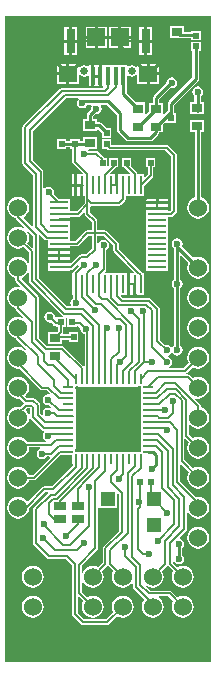
<source format=gtl>
G04 Layer_Physical_Order=1*
G04 Layer_Color=255*
%FSLAX25Y25*%
%MOIN*%
G70*
G01*
G75*
%ADD10O,0.03543X0.00984*%
%ADD11R,0.03740X0.00984*%
%ADD12O,0.00984X0.03543*%
%ADD13R,0.00984X0.03740*%
%ADD14R,0.19095X0.19095*%
%ADD15R,0.05906X0.05906*%
%ADD16R,0.06299X0.05500*%
%ADD17R,0.01500X0.06000*%
%ADD18R,0.05118X0.04528*%
%ADD19R,0.06142X0.01102*%
%ADD20R,0.01102X0.06142*%
%ADD21R,0.03500X0.03000*%
%ADD22R,0.03543X0.02756*%
%ADD23R,0.03937X0.03150*%
%ADD24R,0.01969X0.01969*%
%ADD25R,0.01969X0.01969*%
%ADD26C,0.00600*%
%ADD27C,0.01000*%
%ADD28C,0.00800*%
%ADD29C,0.02500*%
%ADD30R,0.03000X0.08000*%
%ADD31C,0.06000*%
%ADD32C,0.02362*%
G36*
X64311Y-41398D02*
X-4312D01*
Y173878D01*
X64311D01*
Y-41398D01*
D02*
G37*
%LPC*%
G36*
X37481Y170324D02*
X34437D01*
Y167280D01*
X37481D01*
Y170324D01*
D02*
G37*
G36*
X29607D02*
X26563D01*
Y167280D01*
X29607D01*
Y170324D01*
D02*
G37*
G36*
X33437D02*
X30393D01*
Y167280D01*
X33437D01*
Y170324D01*
D02*
G37*
G36*
X25563D02*
X22520D01*
Y167280D01*
X25563D01*
Y170324D01*
D02*
G37*
G36*
X44591Y170091D02*
X43000D01*
Y166000D01*
X44591D01*
Y170091D01*
D02*
G37*
G36*
X19590D02*
X18000D01*
Y166000D01*
X19590D01*
Y170091D01*
D02*
G37*
G36*
X42000D02*
X40409D01*
Y166000D01*
X42000D01*
Y170091D01*
D02*
G37*
G36*
X17000D02*
X15409D01*
Y166000D01*
X17000D01*
Y170091D01*
D02*
G37*
G36*
X55303Y170651D02*
X50603D01*
Y166451D01*
X53718D01*
X53984Y166398D01*
X53984Y166398D01*
X57667D01*
Y165788D01*
X60836D01*
Y168957D01*
X57667D01*
Y168641D01*
X55303D01*
Y170651D01*
D02*
G37*
G36*
X37481Y166280D02*
X34437D01*
Y163236D01*
X37481D01*
Y166280D01*
D02*
G37*
G36*
X33437D02*
X30393D01*
Y163236D01*
X33437D01*
Y166280D01*
D02*
G37*
G36*
X29607D02*
X26563D01*
Y163236D01*
X29607D01*
Y166280D01*
D02*
G37*
G36*
X25563D02*
X22520D01*
Y163236D01*
X25563D01*
Y166280D01*
D02*
G37*
G36*
X44591Y165000D02*
X43000D01*
Y160909D01*
X44591D01*
Y165000D01*
D02*
G37*
G36*
X42000D02*
X40409D01*
Y160909D01*
X42000D01*
Y165000D01*
D02*
G37*
G36*
X19590D02*
X18000D01*
Y160909D01*
X19590D01*
Y165000D01*
D02*
G37*
G36*
X17000D02*
X15409D01*
Y160909D01*
X17000D01*
Y165000D01*
D02*
G37*
G36*
X47126Y158022D02*
X43886D01*
Y155181D01*
X47126D01*
Y158022D01*
D02*
G37*
G36*
X16114D02*
X12874D01*
Y155181D01*
X16114D01*
Y158022D01*
D02*
G37*
G36*
X47126Y154181D02*
X43886D01*
Y151340D01*
X47126D01*
Y154181D01*
D02*
G37*
G36*
X60836Y165315D02*
X57667D01*
Y162146D01*
X58130D01*
Y153395D01*
X50207Y145472D01*
X49964Y145108D01*
X49878Y144679D01*
X49878Y144679D01*
Y142512D01*
X48735Y141369D01*
X48372Y141519D01*
Y144931D01*
X47122D01*
Y146126D01*
X50825Y149830D01*
X51181Y149759D01*
X51876Y149897D01*
X52465Y150291D01*
X52859Y150880D01*
X52997Y151575D01*
X52859Y152270D01*
X52465Y152859D01*
X51876Y153253D01*
X51181Y153391D01*
X50486Y153253D01*
X49897Y152859D01*
X49503Y152270D01*
X49365Y151575D01*
X49371Y151547D01*
X45207Y147384D01*
X44964Y147020D01*
X44878Y146591D01*
X44879Y146590D01*
Y144931D01*
X43628D01*
Y142262D01*
X42714Y141347D01*
X42350Y141498D01*
Y145100D01*
X39439D01*
X36240Y148299D01*
Y150384D01*
X36468D01*
Y153800D01*
X36862Y154010D01*
X37152Y153816D01*
X37874Y153673D01*
X38596Y153816D01*
X39208Y154225D01*
X39252Y154292D01*
X39646Y154172D01*
Y151340D01*
X42886D01*
Y154681D01*
Y158022D01*
X39646D01*
Y156946D01*
X39252Y156826D01*
X39208Y156893D01*
X38596Y157302D01*
X37874Y157445D01*
X37152Y157302D01*
X36862Y157108D01*
X36468Y157318D01*
Y157584D01*
X28650D01*
Y157574D01*
X27941D01*
Y153984D01*
Y150393D01*
X28184D01*
X28425Y150000D01*
X28415Y149981D01*
X28318Y149918D01*
X14551D01*
X14200Y149848D01*
X13902Y149649D01*
X1713Y137460D01*
X1514Y137162D01*
X1445Y136811D01*
Y125000D01*
X1514Y124649D01*
X1713Y124351D01*
X5082Y120982D01*
Y103772D01*
X4689Y103609D01*
X1827Y106471D01*
X1922Y106933D01*
X2552Y107417D01*
X3129Y108169D01*
X3492Y109045D01*
X3615Y109984D01*
X3492Y110924D01*
X3129Y111800D01*
X2552Y112552D01*
X1800Y113129D01*
X924Y113492D01*
X-16Y113615D01*
X-955Y113492D01*
X-1831Y113129D01*
X-2583Y112552D01*
X-3160Y111800D01*
X-3523Y110924D01*
X-3647Y109984D01*
X-3523Y109045D01*
X-3160Y108169D01*
X-2583Y107417D01*
X-1831Y106840D01*
X-955Y106477D01*
X-711Y106445D01*
X-649Y106351D01*
X5082Y100620D01*
Y96730D01*
X4719Y96579D01*
X3129Y98169D01*
X3492Y99045D01*
X3615Y99984D01*
X3492Y100924D01*
X3129Y101800D01*
X2552Y102552D01*
X1800Y103129D01*
X924Y103492D01*
X-16Y103615D01*
X-955Y103492D01*
X-1831Y103129D01*
X-2583Y102552D01*
X-3160Y101800D01*
X-3523Y100924D01*
X-3647Y99984D01*
X-3523Y99045D01*
X-3160Y98169D01*
X-2583Y97417D01*
X-1831Y96840D01*
X-955Y96477D01*
X-16Y96353D01*
X924Y96477D01*
X1800Y96840D01*
X1835Y96867D01*
X3582Y95120D01*
Y91734D01*
X3189Y91655D01*
X3129Y91800D01*
X2552Y92552D01*
X1800Y93129D01*
X924Y93492D01*
X-16Y93615D01*
X-955Y93492D01*
X-1831Y93129D01*
X-2583Y92552D01*
X-3160Y91800D01*
X-3523Y90924D01*
X-3647Y89984D01*
X-3523Y89044D01*
X-3160Y88169D01*
X-2583Y87417D01*
X-1831Y86840D01*
X-955Y86477D01*
X-918Y86472D01*
Y86000D01*
X-848Y85649D01*
X-649Y85351D01*
X797Y83905D01*
X613Y83533D01*
X-16Y83615D01*
X-955Y83492D01*
X-1831Y83129D01*
X-2583Y82552D01*
X-3160Y81800D01*
X-3523Y80924D01*
X-3647Y79984D01*
X-3523Y79045D01*
X-3160Y78169D01*
X-2583Y77417D01*
X-1831Y76840D01*
X-955Y76477D01*
X-912Y76471D01*
X-848Y76149D01*
X-649Y75851D01*
X1539Y73663D01*
X1316Y73329D01*
X924Y73492D01*
X-16Y73615D01*
X-955Y73492D01*
X-1831Y73129D01*
X-2583Y72552D01*
X-3160Y71800D01*
X-3523Y70924D01*
X-3647Y69984D01*
X-3523Y69045D01*
X-3160Y68169D01*
X-2583Y67417D01*
X-1831Y66840D01*
X-955Y66477D01*
X-763Y66452D01*
X-649Y66280D01*
X2665Y62966D01*
X2683Y62938D01*
X2427Y62647D01*
X2371Y62690D01*
X1800Y63129D01*
X924Y63492D01*
X-16Y63615D01*
X-955Y63492D01*
X-1831Y63129D01*
X-2583Y62552D01*
X-3160Y61800D01*
X-3523Y60924D01*
X-3647Y59984D01*
X-3523Y59044D01*
X-3160Y58169D01*
X-2583Y57417D01*
X-1831Y56840D01*
X-955Y56477D01*
X-16Y56353D01*
X369Y56404D01*
X7422Y49351D01*
X7720Y49152D01*
X8071Y49082D01*
X9671D01*
X10669Y48084D01*
X10475Y47721D01*
X10000Y47816D01*
X9305Y47678D01*
X8716Y47284D01*
X8322Y46695D01*
X8184Y46000D01*
X8322Y45305D01*
X8716Y44716D01*
X9305Y44322D01*
X10000Y44184D01*
X10432Y44270D01*
X11653Y43049D01*
X11506Y42639D01*
X11389Y42628D01*
X11284Y42784D01*
X10695Y43178D01*
X10000Y43316D01*
X9305Y43178D01*
X8716Y42784D01*
X8322Y42195D01*
X8184Y41500D01*
X8266Y41089D01*
X7903Y40895D01*
X7418Y41380D01*
Y44163D01*
X7348Y44514D01*
X7149Y44812D01*
X5712Y46249D01*
X5414Y46448D01*
X5063Y46518D01*
X2880D01*
X2440Y46958D01*
X2466Y47351D01*
X2552Y47417D01*
X3129Y48169D01*
X3492Y49044D01*
X3615Y49984D01*
X3492Y50924D01*
X3129Y51800D01*
X2552Y52552D01*
X1800Y53129D01*
X924Y53492D01*
X-16Y53615D01*
X-955Y53492D01*
X-1831Y53129D01*
X-2583Y52552D01*
X-3160Y51800D01*
X-3523Y50924D01*
X-3647Y49984D01*
X-3523Y49044D01*
X-3160Y48169D01*
X-2583Y47417D01*
X-1831Y46840D01*
X-955Y46477D01*
X-16Y46353D01*
X395Y46407D01*
X1749Y45054D01*
X1813Y44800D01*
X1749Y44546D01*
X721Y43518D01*
X-16Y43615D01*
X-955Y43492D01*
X-1831Y43129D01*
X-2583Y42552D01*
X-3160Y41800D01*
X-3523Y40924D01*
X-3647Y39984D01*
X-3523Y39044D01*
X-3160Y38169D01*
X-2583Y37417D01*
X-1831Y36840D01*
X-955Y36477D01*
X-16Y36353D01*
X924Y36477D01*
X1800Y36840D01*
X2552Y37417D01*
X3129Y38169D01*
X3492Y39044D01*
X3615Y39984D01*
X3492Y40924D01*
X3129Y41800D01*
X2552Y42552D01*
X2539Y42742D01*
X2880Y43082D01*
X3982D01*
Y40337D01*
X4052Y39986D01*
X4251Y39688D01*
X8041Y35898D01*
X8339Y35699D01*
X8562Y35655D01*
X8662Y35414D01*
X8686Y35318D01*
X8685Y35238D01*
X8322Y34695D01*
X8184Y34000D01*
X8322Y33305D01*
X8716Y32716D01*
X9305Y32322D01*
X9360Y32311D01*
X9321Y31918D01*
X3038D01*
X2552Y32552D01*
X1800Y33129D01*
X924Y33492D01*
X-16Y33615D01*
X-955Y33492D01*
X-1831Y33129D01*
X-2583Y32552D01*
X-3160Y31800D01*
X-3523Y30924D01*
X-3647Y29984D01*
X-3523Y29044D01*
X-3160Y28169D01*
X-2583Y27417D01*
X-1831Y26840D01*
X-955Y26477D01*
X-16Y26353D01*
X924Y26477D01*
X1800Y26840D01*
X2552Y27417D01*
X3129Y28169D01*
X3492Y29044D01*
X3615Y29984D01*
X3701Y30082D01*
X7321D01*
X7360Y29689D01*
X7305Y29678D01*
X6716Y29284D01*
X6322Y28695D01*
X6184Y28000D01*
X6322Y27305D01*
X6716Y26716D01*
X7305Y26322D01*
X8000Y26184D01*
X8695Y26322D01*
X9284Y26716D01*
X9529Y27082D01*
X10464D01*
X10627Y26689D01*
X4856Y20918D01*
X3492D01*
X3492Y20924D01*
X3129Y21800D01*
X2552Y22552D01*
X1800Y23129D01*
X924Y23492D01*
X-16Y23615D01*
X-955Y23492D01*
X-1831Y23129D01*
X-2583Y22552D01*
X-3160Y21800D01*
X-3523Y20924D01*
X-3647Y19984D01*
X-3523Y19045D01*
X-3160Y18169D01*
X-2583Y17417D01*
X-1831Y16840D01*
X-955Y16477D01*
X-16Y16353D01*
X924Y16477D01*
X1800Y16840D01*
X2552Y17417D01*
X3129Y18169D01*
X3492Y19045D01*
X3497Y19082D01*
X5236D01*
X5587Y19152D01*
X5885Y19351D01*
X14289Y27756D01*
X14742D01*
X14909Y27645D01*
X15335Y27560D01*
X17691D01*
X17945Y27445D01*
X18060Y27191D01*
Y24835D01*
X18145Y24408D01*
X18256Y24242D01*
Y24081D01*
X11234Y17059D01*
X8661D01*
X8310Y16989D01*
X8013Y16791D01*
X3294Y12071D01*
X2901Y12097D01*
X2552Y12552D01*
X1800Y13129D01*
X924Y13492D01*
X-16Y13615D01*
X-955Y13492D01*
X-1831Y13129D01*
X-2583Y12552D01*
X-3160Y11800D01*
X-3523Y10924D01*
X-3647Y9984D01*
X-3523Y9044D01*
X-3160Y8169D01*
X-2583Y7417D01*
X-1831Y6840D01*
X-955Y6477D01*
X-16Y6353D01*
X924Y6477D01*
X1800Y6840D01*
X2552Y7417D01*
X3129Y8169D01*
X3492Y9044D01*
X3587Y9770D01*
X9042Y15224D01*
X9870D01*
X10033Y14830D01*
X5257Y10054D01*
X5058Y9757D01*
X4988Y9405D01*
Y-1772D01*
X5058Y-2123D01*
X5257Y-2420D01*
X9587Y-6751D01*
X9885Y-6950D01*
X10236Y-7020D01*
X15762D01*
X17980Y-9238D01*
Y-25598D01*
X18050Y-25949D01*
X18249Y-26247D01*
X20851Y-28849D01*
X21149Y-29048D01*
X21500Y-29118D01*
X29753D01*
X30104Y-29048D01*
X30402Y-28849D01*
X33088Y-26162D01*
X33106Y-26176D01*
X33981Y-26539D01*
X34921Y-26663D01*
X35861Y-26539D01*
X36737Y-26176D01*
X37489Y-25599D01*
X38066Y-24847D01*
X38429Y-23971D01*
X38552Y-23031D01*
X38429Y-22092D01*
X38066Y-21216D01*
X37489Y-20464D01*
X36737Y-19887D01*
X35861Y-19524D01*
X34921Y-19400D01*
X33981Y-19524D01*
X33106Y-19887D01*
X32354Y-20464D01*
X31777Y-21216D01*
X31414Y-22092D01*
X31290Y-23031D01*
X31414Y-23971D01*
X31777Y-24847D01*
X31790Y-24865D01*
X29373Y-27282D01*
X21880D01*
X19815Y-25218D01*
Y-19738D01*
X20179Y-19587D01*
X21790Y-21198D01*
X21777Y-21216D01*
X21414Y-22092D01*
X21290Y-23031D01*
X21414Y-23971D01*
X21777Y-24847D01*
X22354Y-25599D01*
X23106Y-26176D01*
X23981Y-26539D01*
X24921Y-26663D01*
X25861Y-26539D01*
X26737Y-26176D01*
X27489Y-25599D01*
X28066Y-24847D01*
X28429Y-23971D01*
X28552Y-23031D01*
X28429Y-22092D01*
X28066Y-21216D01*
X27489Y-20464D01*
X26737Y-19887D01*
X25861Y-19524D01*
X24921Y-19400D01*
X23981Y-19524D01*
X23106Y-19887D01*
X23088Y-19900D01*
X21193Y-18006D01*
Y-14467D01*
X21587Y-14389D01*
X21777Y-14847D01*
X22354Y-15599D01*
X23106Y-16176D01*
X23981Y-16539D01*
X24921Y-16663D01*
X25861Y-16539D01*
X26737Y-16176D01*
X27489Y-15599D01*
X28066Y-14847D01*
X28429Y-13971D01*
X28552Y-13032D01*
X28429Y-12092D01*
X28066Y-11216D01*
X28052Y-11198D01*
X29670Y-9580D01*
X29957Y-9520D01*
X30178Y-9585D01*
X31790Y-11198D01*
X31777Y-11216D01*
X31414Y-12092D01*
X31290Y-13032D01*
X31414Y-13971D01*
X31777Y-14847D01*
X32354Y-15599D01*
X33106Y-16176D01*
X33981Y-16539D01*
X34921Y-16663D01*
X35861Y-16539D01*
X36737Y-16176D01*
X37489Y-15599D01*
X37862Y-15113D01*
X38256Y-15247D01*
Y-16436D01*
X38326Y-16787D01*
X38524Y-17085D01*
X42158Y-20719D01*
X41777Y-21216D01*
X41414Y-22092D01*
X41290Y-23031D01*
X41414Y-23971D01*
X41777Y-24847D01*
X42354Y-25599D01*
X43106Y-26176D01*
X43982Y-26539D01*
X44921Y-26663D01*
X45861Y-26539D01*
X46737Y-26176D01*
X47489Y-25599D01*
X48066Y-24847D01*
X48429Y-23971D01*
X48552Y-23031D01*
X48429Y-22092D01*
X48066Y-21216D01*
X47489Y-20464D01*
X46769Y-19911D01*
X46768Y-19867D01*
X47029Y-19518D01*
X50110D01*
X51790Y-21198D01*
X51777Y-21216D01*
X51414Y-22092D01*
X51290Y-23031D01*
X51414Y-23971D01*
X51777Y-24847D01*
X52354Y-25599D01*
X53106Y-26176D01*
X53982Y-26539D01*
X54921Y-26663D01*
X55861Y-26539D01*
X56737Y-26176D01*
X57489Y-25599D01*
X58066Y-24847D01*
X58429Y-23971D01*
X58552Y-23031D01*
X58429Y-22092D01*
X58066Y-21216D01*
X57489Y-20464D01*
X56737Y-19887D01*
X55861Y-19524D01*
X54921Y-19400D01*
X53982Y-19524D01*
X53106Y-19887D01*
X53088Y-19900D01*
X51139Y-17951D01*
X50841Y-17752D01*
X50490Y-17682D01*
X43980D01*
X42523Y-16225D01*
X42783Y-15928D01*
X43106Y-16176D01*
X43982Y-16539D01*
X44921Y-16663D01*
X45861Y-16539D01*
X46737Y-16176D01*
X47489Y-15599D01*
X48066Y-14847D01*
X48429Y-13971D01*
X48552Y-13032D01*
X48429Y-12092D01*
X48066Y-11216D01*
X48052Y-11198D01*
X49650Y-9601D01*
X49671Y-9586D01*
X50154Y-9562D01*
X51790Y-11198D01*
X51777Y-11216D01*
X51414Y-12092D01*
X51290Y-13032D01*
X51414Y-13971D01*
X51777Y-14847D01*
X52354Y-15599D01*
X53106Y-16176D01*
X53982Y-16539D01*
X54921Y-16663D01*
X55861Y-16539D01*
X56737Y-16176D01*
X57489Y-15599D01*
X58066Y-14847D01*
X58429Y-13971D01*
X58552Y-13032D01*
X58429Y-12092D01*
X58066Y-11216D01*
X57489Y-10464D01*
X56737Y-9887D01*
X55861Y-9524D01*
X54921Y-9400D01*
X53982Y-9524D01*
X53106Y-9887D01*
X53088Y-9900D01*
X51533Y-8346D01*
Y-7971D01*
X51927Y-7852D01*
X52216Y-8284D01*
X52805Y-8678D01*
X53500Y-8816D01*
X54195Y-8678D01*
X54784Y-8284D01*
X55178Y-7695D01*
X55316Y-7000D01*
X55178Y-6305D01*
X54784Y-5716D01*
X54622Y-5607D01*
Y-3393D01*
X54784Y-3284D01*
X55178Y-2695D01*
X55316Y-2000D01*
X55178Y-1305D01*
X54784Y-716D01*
X54195Y-322D01*
X54004Y-284D01*
X53890Y92D01*
X55964Y2166D01*
X56163Y2464D01*
X56233Y2815D01*
Y8606D01*
X56626Y8684D01*
X56840Y8169D01*
X57417Y7417D01*
X58169Y6840D01*
X59044Y6477D01*
X59984Y6353D01*
X60924Y6477D01*
X61800Y6840D01*
X62552Y7417D01*
X63129Y8169D01*
X63492Y9044D01*
X63615Y9984D01*
X63492Y10924D01*
X63129Y11800D01*
X62552Y12552D01*
X61800Y13129D01*
X60924Y13492D01*
X59984Y13615D01*
X59276Y13522D01*
X53918Y18880D01*
Y24270D01*
X54281Y24421D01*
X56867Y21835D01*
X56840Y21800D01*
X56477Y20924D01*
X56353Y19984D01*
X56477Y19045D01*
X56840Y18169D01*
X57417Y17417D01*
X58169Y16840D01*
X59044Y16477D01*
X59984Y16353D01*
X60924Y16477D01*
X61800Y16840D01*
X62552Y17417D01*
X63129Y18169D01*
X63492Y19045D01*
X63615Y19984D01*
X63492Y20924D01*
X63129Y21800D01*
X62552Y22552D01*
X61800Y23129D01*
X60924Y23492D01*
X59984Y23615D01*
X59044Y23492D01*
X58169Y23129D01*
X55418Y25880D01*
Y32770D01*
X55781Y32921D01*
X56867Y31835D01*
X56840Y31800D01*
X56477Y30924D01*
X56353Y29984D01*
X56477Y29044D01*
X56840Y28169D01*
X57417Y27417D01*
X58169Y26840D01*
X59044Y26477D01*
X59984Y26353D01*
X60924Y26477D01*
X61800Y26840D01*
X62552Y27417D01*
X63129Y28169D01*
X63492Y29044D01*
X63615Y29984D01*
X63492Y30924D01*
X63129Y31800D01*
X62552Y32552D01*
X61800Y33129D01*
X60924Y33492D01*
X59984Y33615D01*
X59044Y33492D01*
X58169Y33129D01*
X56918Y34380D01*
Y37455D01*
X57290Y37581D01*
X57417Y37417D01*
X58169Y36840D01*
X59044Y36477D01*
X59984Y36353D01*
X60924Y36477D01*
X61800Y36840D01*
X62552Y37417D01*
X63129Y38169D01*
X63492Y39044D01*
X63615Y39984D01*
X63492Y40924D01*
X63129Y41800D01*
X62552Y42552D01*
X61800Y43129D01*
X60924Y43492D01*
X60918Y43492D01*
Y43800D01*
X60848Y44151D01*
X60649Y44449D01*
X59014Y46084D01*
X59198Y46457D01*
X59984Y46353D01*
X60924Y46477D01*
X61800Y46840D01*
X62552Y47417D01*
X63129Y48169D01*
X63492Y49044D01*
X63615Y49984D01*
X63492Y50924D01*
X63129Y51800D01*
X62552Y52552D01*
X61800Y53129D01*
X60924Y53492D01*
X59984Y53615D01*
X59044Y53492D01*
X58169Y53129D01*
X57149Y54149D01*
X56851Y54348D01*
X56500Y54418D01*
X56209D01*
X56089Y54811D01*
X56149Y54851D01*
X58151Y56853D01*
X58169Y56840D01*
X59044Y56477D01*
X59984Y56353D01*
X60924Y56477D01*
X61800Y56840D01*
X62552Y57417D01*
X63129Y58169D01*
X63492Y59044D01*
X63615Y59984D01*
X63492Y60924D01*
X63129Y61800D01*
X62552Y62552D01*
X61800Y63129D01*
X60924Y63492D01*
X59984Y63615D01*
X59044Y63492D01*
X58169Y63129D01*
X57417Y62552D01*
X56840Y61800D01*
X56477Y60924D01*
X56353Y59984D01*
X56477Y59044D01*
X56840Y58169D01*
X56853Y58151D01*
X55120Y56418D01*
X50179D01*
X50140Y56811D01*
X50195Y56822D01*
X50784Y57216D01*
X51178Y57805D01*
X51316Y58500D01*
X51178Y59195D01*
X50784Y59784D01*
X50195Y60178D01*
X49885Y60239D01*
Y60641D01*
X50301Y60724D01*
X50890Y61118D01*
X51099Y61430D01*
X51573D01*
X51716Y61216D01*
X52305Y60822D01*
X53000Y60684D01*
X53695Y60822D01*
X54284Y61216D01*
X54678Y61805D01*
X54816Y62500D01*
X54678Y63195D01*
X54284Y63784D01*
X54122Y63893D01*
Y83107D01*
X54284Y83216D01*
X54678Y83805D01*
X54816Y84500D01*
X54678Y85195D01*
X54284Y85784D01*
X54122Y85893D01*
Y93778D01*
X54485Y93929D01*
X56774Y91640D01*
X56477Y90924D01*
X56353Y89984D01*
X56477Y89044D01*
X56840Y88169D01*
X57417Y87417D01*
X58169Y86840D01*
X59044Y86477D01*
X59984Y86353D01*
X60924Y86477D01*
X61800Y86840D01*
X62552Y87417D01*
X63129Y88169D01*
X63492Y89044D01*
X63615Y89984D01*
X63492Y90924D01*
X63129Y91800D01*
X62552Y92552D01*
X61800Y93129D01*
X60924Y93492D01*
X59984Y93615D01*
X59044Y93492D01*
X58373Y93213D01*
X54519Y97067D01*
X54678Y97305D01*
X54816Y98000D01*
X54678Y98695D01*
X54284Y99284D01*
X53695Y99678D01*
X53000Y99816D01*
X52305Y99678D01*
X51716Y99284D01*
X51322Y98695D01*
X51184Y98000D01*
X51322Y97305D01*
X51716Y96716D01*
X51878Y96607D01*
Y85893D01*
X51716Y85784D01*
X51322Y85195D01*
X51184Y84500D01*
X51322Y83805D01*
X51716Y83216D01*
X51878Y83107D01*
Y63893D01*
X51716Y63784D01*
X51507Y63472D01*
X51034D01*
X50890Y63686D01*
X50301Y64079D01*
X49606Y64218D01*
X49085Y64114D01*
X47177Y66022D01*
Y76378D01*
X47108Y76729D01*
X46909Y77027D01*
X44350Y79586D01*
X44052Y79785D01*
X43701Y79855D01*
X34943D01*
X34289Y80509D01*
X34440Y80872D01*
X36072D01*
Y80882D01*
X36390D01*
Y84543D01*
Y88205D01*
X36072D01*
Y88214D01*
X29026D01*
X28876Y88578D01*
X29149Y88851D01*
X29348Y89149D01*
X29418Y89500D01*
Y95971D01*
X29784Y96216D01*
X30178Y96805D01*
X30316Y97500D01*
X30178Y98195D01*
X29784Y98784D01*
X29195Y99178D01*
X28500Y99316D01*
X27805Y99178D01*
X27216Y98784D01*
X26822Y98195D01*
X26811Y98140D01*
X26418Y98179D01*
Y100582D01*
X28632D01*
X31760Y97455D01*
Y95723D01*
X31829Y95372D01*
X32028Y95074D01*
X38534Y88569D01*
X38383Y88205D01*
X37390D01*
Y84543D01*
Y80882D01*
X38358D01*
Y84543D01*
X39358D01*
Y80882D01*
X39676D01*
Y80872D01*
X41978D01*
Y88214D01*
X41430D01*
X40521Y89124D01*
X40413Y89285D01*
X33595Y96103D01*
Y97835D01*
X33525Y98186D01*
X33326Y98484D01*
X29661Y102149D01*
X29363Y102348D01*
X29012Y102418D01*
X26418D01*
Y105500D01*
X26348Y105851D01*
X26149Y106149D01*
X24028Y108270D01*
Y110366D01*
X24386Y110696D01*
X33614D01*
X33965Y110766D01*
X34263Y110965D01*
X35570Y112272D01*
X35769Y112570D01*
X35839Y112921D01*
Y113786D01*
X41978D01*
Y117310D01*
X44828Y120160D01*
X45027Y120458D01*
X45097Y120809D01*
Y123416D01*
X45763D01*
Y126584D01*
X42595D01*
Y123416D01*
X43261D01*
Y121189D01*
X42342Y120269D01*
X41978Y120420D01*
Y121127D01*
X39776D01*
Y121207D01*
X39706Y121558D01*
X39507Y121856D01*
X37764Y123600D01*
Y126584D01*
X34595D01*
Y123416D01*
X35411D01*
X35530Y123238D01*
X37276Y121491D01*
X37126Y121127D01*
X33770D01*
Y121118D01*
X33453D01*
Y117457D01*
X32453D01*
Y121118D01*
X30930D01*
X30780Y121482D01*
X32470Y123172D01*
X32632Y123416D01*
X33406D01*
Y126584D01*
X30237D01*
Y123848D01*
X30157Y123795D01*
X29763Y124006D01*
Y126584D01*
X28857D01*
X26721Y128721D01*
X26390Y128942D01*
X26000Y129020D01*
X23517D01*
X23403Y129176D01*
X23602Y129569D01*
X26372D01*
Y133525D01*
X21628D01*
Y132300D01*
X20584D01*
Y132764D01*
X17415D01*
Y132300D01*
X16084D01*
Y132764D01*
X12915D01*
Y129595D01*
X16084D01*
Y130057D01*
X17415D01*
Y129595D01*
X18082D01*
Y125303D01*
X18152Y124952D01*
X18351Y124654D01*
X21523Y121482D01*
X21373Y121118D01*
X19673D01*
Y117457D01*
Y113795D01*
X20642D01*
Y117457D01*
X21642D01*
Y113795D01*
X21959D01*
Y113786D01*
X22193D01*
Y111483D01*
X19518Y108807D01*
X17214D01*
Y112978D01*
X13320D01*
X11840Y114457D01*
X11862Y114489D01*
X12000Y115184D01*
X11862Y115879D01*
X11468Y116468D01*
X10879Y116862D01*
X10184Y117000D01*
X9489Y116862D01*
X8900Y116468D01*
X8811Y116335D01*
X8418Y116455D01*
Y122000D01*
X8348Y122351D01*
X8149Y122649D01*
X4918Y125880D01*
Y135620D01*
X15880Y146582D01*
X20087D01*
X20207Y146189D01*
X20173Y146166D01*
X19779Y145577D01*
X19641Y144882D01*
X19779Y144187D01*
X20173Y143598D01*
X20762Y143204D01*
X21457Y143066D01*
X22152Y143204D01*
X22741Y143598D01*
X23134Y144187D01*
X23173Y144378D01*
X24305D01*
X24516Y143985D01*
X24322Y143695D01*
X24184Y143000D01*
X24222Y142808D01*
X23207Y141793D01*
X22964Y141429D01*
X22878Y141000D01*
X22878Y141000D01*
Y139431D01*
X21628D01*
Y135475D01*
X26372D01*
Y135807D01*
X26765Y135969D01*
X27915Y134819D01*
Y133237D01*
X31084D01*
Y136406D01*
X29502D01*
X27661Y138246D01*
X27297Y138489D01*
X26868Y138574D01*
X26868Y138574D01*
X26372D01*
Y139431D01*
X25122D01*
Y140535D01*
X25808Y141222D01*
X26000Y141184D01*
X26695Y141322D01*
X27284Y141716D01*
X27678Y142305D01*
X27816Y143000D01*
X27678Y143695D01*
X27484Y143985D01*
X27695Y144378D01*
X29429D01*
X32878Y140929D01*
Y135882D01*
X32878Y135882D01*
X32964Y135453D01*
X33207Y135089D01*
X35821Y132475D01*
X35821Y132475D01*
X36185Y132231D01*
X36614Y132146D01*
X44094D01*
X44094Y132146D01*
X44524Y132231D01*
X44888Y132475D01*
X46793Y134380D01*
X46793Y134380D01*
X47036Y134744D01*
X47101Y135069D01*
X48372D01*
Y137833D01*
X49052Y138513D01*
X49415Y138362D01*
Y138236D01*
X52584D01*
Y141405D01*
X52122D01*
Y144214D01*
X60045Y152138D01*
X60045Y152138D01*
X60288Y152502D01*
X60374Y152931D01*
Y162146D01*
X60836D01*
Y165315D01*
D02*
G37*
G36*
X16114Y154181D02*
X12874D01*
Y151340D01*
X16114D01*
Y154181D01*
D02*
G37*
G36*
X26941Y157574D02*
X25382D01*
Y153984D01*
Y150393D01*
X26941D01*
Y153984D01*
Y157574D01*
D02*
G37*
G36*
X20354Y158022D02*
X17114D01*
Y154681D01*
Y151340D01*
X20354D01*
Y154172D01*
X20748Y154292D01*
X20792Y154225D01*
X21404Y153816D01*
X22126Y153673D01*
X22848Y153816D01*
X23148Y154017D01*
X23541Y153806D01*
Y150393D01*
X24382D01*
Y153984D01*
Y157574D01*
X23541D01*
Y157312D01*
X23148Y157101D01*
X22848Y157302D01*
X22126Y157445D01*
X21404Y157302D01*
X20792Y156893D01*
X20748Y156826D01*
X20354Y156946D01*
Y158022D01*
D02*
G37*
G36*
X59842Y150438D02*
X59148Y150300D01*
X58558Y149906D01*
X58165Y149317D01*
X58026Y148622D01*
X58165Y147927D01*
X58558Y147338D01*
X58721Y147229D01*
Y145257D01*
X57296D01*
Y141058D01*
X61996D01*
Y145257D01*
X60964D01*
Y147229D01*
X61127Y147338D01*
X61520Y147927D01*
X61659Y148622D01*
X61520Y149317D01*
X61127Y149906D01*
X60537Y150300D01*
X59842Y150438D01*
D02*
G37*
G36*
X18673Y121118D02*
X18032D01*
Y117957D01*
X18673D01*
Y121118D01*
D02*
G37*
G36*
Y116957D02*
X18032D01*
Y113795D01*
X18673D01*
Y116957D01*
D02*
G37*
G36*
X50118Y112969D02*
X46957D01*
Y112327D01*
X50118D01*
Y112969D01*
D02*
G37*
G36*
X45957D02*
X42795D01*
Y112327D01*
X45957D01*
Y112969D01*
D02*
G37*
G36*
X50118Y111327D02*
X46457D01*
X42795D01*
Y110358D01*
X46457D01*
X50118D01*
Y111327D01*
D02*
G37*
G36*
X31084Y132764D02*
X27915D01*
Y129595D01*
X29787D01*
X30030Y129351D01*
X30328Y129152D01*
X30679Y129082D01*
X49120D01*
X51082Y127120D01*
Y109380D01*
X50521Y108819D01*
X50128Y108835D01*
Y109041D01*
X50118D01*
Y109358D01*
X46457D01*
X42795D01*
Y109041D01*
X42786D01*
Y104770D01*
Y100833D01*
Y96896D01*
Y92959D01*
Y89022D01*
X50128D01*
Y90991D01*
Y94928D01*
Y98865D01*
Y102802D01*
Y106972D01*
X50890D01*
X51241Y107042D01*
X51539Y107241D01*
X52649Y108351D01*
X52848Y108649D01*
X52918Y109000D01*
Y127500D01*
X52848Y127851D01*
X52649Y128149D01*
X50149Y130649D01*
X49851Y130848D01*
X49500Y130918D01*
X31084D01*
Y132764D01*
D02*
G37*
G36*
X61996Y139258D02*
X57296D01*
Y135057D01*
X58878D01*
Y113423D01*
X58169Y113129D01*
X57417Y112552D01*
X56840Y111800D01*
X56477Y110924D01*
X56353Y109984D01*
X56477Y109045D01*
X56840Y108169D01*
X57417Y107417D01*
X58169Y106840D01*
X59044Y106477D01*
X59984Y106353D01*
X60924Y106477D01*
X61800Y106840D01*
X62552Y107417D01*
X63129Y108169D01*
X63492Y109045D01*
X63615Y109984D01*
X63492Y110924D01*
X63129Y111800D01*
X62552Y112552D01*
X61800Y113129D01*
X61122Y113410D01*
Y135057D01*
X61996D01*
Y139258D01*
D02*
G37*
G36*
X59984Y83615D02*
X59044Y83492D01*
X58169Y83129D01*
X57417Y82552D01*
X56840Y81800D01*
X56477Y80924D01*
X56353Y79984D01*
X56477Y79045D01*
X56840Y78169D01*
X57417Y77417D01*
X58169Y76840D01*
X59044Y76477D01*
X59984Y76353D01*
X60924Y76477D01*
X61800Y76840D01*
X62552Y77417D01*
X63129Y78169D01*
X63492Y79045D01*
X63615Y79984D01*
X63492Y80924D01*
X63129Y81800D01*
X62552Y82552D01*
X61800Y83129D01*
X60924Y83492D01*
X59984Y83615D01*
D02*
G37*
G36*
Y73615D02*
X59044Y73492D01*
X58169Y73129D01*
X57417Y72552D01*
X56840Y71800D01*
X56477Y70924D01*
X56353Y69984D01*
X56477Y69045D01*
X56840Y68169D01*
X57417Y67417D01*
X58169Y66840D01*
X59044Y66477D01*
X59984Y66353D01*
X60924Y66477D01*
X61800Y66840D01*
X62552Y67417D01*
X63129Y68169D01*
X63492Y69045D01*
X63615Y69984D01*
X63492Y70924D01*
X63129Y71800D01*
X62552Y72552D01*
X61800Y73129D01*
X60924Y73492D01*
X59984Y73615D01*
D02*
G37*
G36*
Y3615D02*
X59044Y3492D01*
X58169Y3129D01*
X57417Y2552D01*
X56840Y1800D01*
X56477Y924D01*
X56353Y-16D01*
X56477Y-955D01*
X56840Y-1831D01*
X57417Y-2583D01*
X58169Y-3160D01*
X59044Y-3523D01*
X59984Y-3647D01*
X60924Y-3523D01*
X61800Y-3160D01*
X62552Y-2583D01*
X63129Y-1831D01*
X63492Y-955D01*
X63615Y-16D01*
X63492Y924D01*
X63129Y1800D01*
X62552Y2552D01*
X61800Y3129D01*
X60924Y3492D01*
X59984Y3615D01*
D02*
G37*
G36*
X4921Y-9400D02*
X3982Y-9524D01*
X3106Y-9887D01*
X2354Y-10464D01*
X1777Y-11216D01*
X1414Y-12092D01*
X1290Y-13032D01*
X1414Y-13971D01*
X1777Y-14847D01*
X2354Y-15599D01*
X3106Y-16176D01*
X3982Y-16539D01*
X4921Y-16663D01*
X5861Y-16539D01*
X6737Y-16176D01*
X7489Y-15599D01*
X8066Y-14847D01*
X8429Y-13971D01*
X8552Y-13032D01*
X8429Y-12092D01*
X8066Y-11216D01*
X7489Y-10464D01*
X6737Y-9887D01*
X5861Y-9524D01*
X4921Y-9400D01*
D02*
G37*
G36*
Y-19400D02*
X3982Y-19524D01*
X3106Y-19887D01*
X2354Y-20464D01*
X1777Y-21216D01*
X1414Y-22092D01*
X1290Y-23031D01*
X1414Y-23971D01*
X1777Y-24847D01*
X2354Y-25599D01*
X3106Y-26176D01*
X3982Y-26539D01*
X4921Y-26663D01*
X5861Y-26539D01*
X6737Y-26176D01*
X7489Y-25599D01*
X8066Y-24847D01*
X8429Y-23971D01*
X8552Y-23031D01*
X8429Y-22092D01*
X8066Y-21216D01*
X7489Y-20464D01*
X6737Y-19887D01*
X5861Y-19524D01*
X4921Y-19400D01*
D02*
G37*
%LPD*%
G36*
X22193Y108373D02*
Y107890D01*
X22263Y107539D01*
X22461Y107241D01*
X24582Y105120D01*
Y102418D01*
X23000D01*
X22649Y102348D01*
X22351Y102149D01*
X19167Y98965D01*
X17214D01*
Y100833D01*
Y105104D01*
X17205D01*
Y105421D01*
X13543D01*
Y106421D01*
X17205D01*
Y106739D01*
X17214D01*
Y106972D01*
X19898D01*
X20249Y107042D01*
X20547Y107241D01*
X21829Y108523D01*
X22193Y108373D01*
D02*
G37*
G36*
X8835Y99367D02*
X9133Y99168D01*
X9484Y99098D01*
X9872D01*
Y96896D01*
X9882D01*
Y96579D01*
X17205D01*
Y96896D01*
X17214D01*
Y97130D01*
X19547D01*
X19898Y97199D01*
X20196Y97398D01*
X23380Y100582D01*
X24582D01*
Y96380D01*
X22620Y94418D01*
X21000D01*
X20649Y94348D01*
X20351Y94149D01*
X17598Y91396D01*
X17205Y91559D01*
Y91642D01*
X9882D01*
Y91324D01*
X9872D01*
Y89022D01*
X17214D01*
Y89256D01*
X17673D01*
X18024Y89325D01*
X18322Y89524D01*
X19757Y90959D01*
X20130Y90825D01*
X20196Y90494D01*
X18524Y88822D01*
X18326Y88524D01*
X18264Y88214D01*
X18022D01*
Y80872D01*
X18256D01*
Y79856D01*
X17889Y79611D01*
X17495Y79022D01*
X17357Y78327D01*
X17495Y77632D01*
X17620Y77446D01*
X17434Y77099D01*
X16325D01*
X6918Y86506D01*
Y100728D01*
X7311Y100891D01*
X8835Y99367D01*
D02*
G37*
G36*
X3582Y88235D02*
Y85461D01*
X3652Y85110D01*
X3851Y84812D01*
X14706Y73957D01*
X14898Y73829D01*
X14779Y73435D01*
X12736D01*
Y73435D01*
X12345Y73441D01*
X12310Y73470D01*
X12316Y73500D01*
X12178Y74195D01*
X11784Y74784D01*
X11195Y75178D01*
X10500Y75316D01*
X9805Y75178D01*
X9216Y74784D01*
X8822Y74195D01*
X8684Y73500D01*
X8822Y72805D01*
X9216Y72216D01*
X9805Y71822D01*
X10500Y71684D01*
X10812Y71746D01*
X11779Y70779D01*
X12110Y70558D01*
X12500Y70480D01*
X12736D01*
Y70266D01*
X13261D01*
Y69012D01*
X12932Y68683D01*
X10052D01*
Y64483D01*
X14752D01*
Y65903D01*
X16916D01*
Y65237D01*
X20085D01*
Y68405D01*
X16916D01*
Y67739D01*
X15120D01*
X15115Y67743D01*
X14928Y68132D01*
X15027Y68281D01*
X15097Y68632D01*
Y70266D01*
X15905D01*
Y73180D01*
X16142Y73318D01*
X16378Y73180D01*
Y70266D01*
X19547D01*
Y70582D01*
X20120D01*
X20770Y69932D01*
X20684Y69500D01*
X20822Y68805D01*
X21216Y68216D01*
X21805Y67822D01*
X22193Y67745D01*
Y57370D01*
X21799Y57251D01*
X21791Y57263D01*
X15422Y63631D01*
X15124Y63831D01*
X14773Y63900D01*
X10040D01*
X9992Y63910D01*
X9632D01*
X6918Y66624D01*
Y80000D01*
X6848Y80351D01*
X6649Y80649D01*
X1152Y86145D01*
X1245Y86610D01*
X1800Y86840D01*
X2552Y87417D01*
X3129Y88169D01*
X3189Y88313D01*
X3582Y88235D01*
D02*
G37*
G36*
X20050Y50405D02*
Y50317D01*
X39950D01*
Y50405D01*
X40344Y50615D01*
X40401Y50577D01*
X40827Y50493D01*
X40993Y50327D01*
X41078Y49901D01*
X41115Y49844D01*
X40905Y49450D01*
X40817D01*
Y45298D01*
Y41361D01*
Y37424D01*
Y33487D01*
Y29550D01*
X40905D01*
X41115Y29156D01*
X41078Y29099D01*
X40993Y28673D01*
X40827Y28507D01*
X40401Y28422D01*
X40344Y28385D01*
X39950Y28595D01*
Y28683D01*
X20050D01*
Y28595D01*
X19656Y28385D01*
X19599Y28422D01*
X19173Y28507D01*
X19007Y28673D01*
X18923Y29099D01*
X18885Y29156D01*
X19095Y29550D01*
X19183D01*
Y33487D01*
Y37424D01*
Y41361D01*
Y45298D01*
Y49450D01*
X19095D01*
X18885Y49844D01*
X18923Y49901D01*
X19007Y50327D01*
X19173Y50493D01*
X19599Y50577D01*
X19656Y50615D01*
X20050Y50405D01*
D02*
G37*
G36*
X33582Y14579D02*
Y2143D01*
X28485Y-2954D01*
X28286Y-3252D01*
X28216Y-3603D01*
Y-8439D01*
X26755Y-9900D01*
X26737Y-9887D01*
X25861Y-9524D01*
X24921Y-9400D01*
X23981Y-9524D01*
X23106Y-9887D01*
X22354Y-10464D01*
X21777Y-11216D01*
X21587Y-11674D01*
X21193Y-11596D01*
Y-9435D01*
X26436Y-4192D01*
X26635Y-3895D01*
X26705Y-3543D01*
Y9868D01*
X32982D01*
Y14604D01*
X33351Y14765D01*
X33582Y14579D01*
D02*
G37*
%LPC*%
G36*
X17205Y95579D02*
X9882D01*
Y94937D01*
Y94610D01*
X17205D01*
Y95579D01*
D02*
G37*
G36*
Y93610D02*
X9882D01*
Y92642D01*
X17205D01*
Y92968D01*
Y93610D01*
D02*
G37*
%LPD*%
D10*
X43386Y28673D02*
D03*
Y50327D02*
D03*
X16614D02*
D03*
Y28673D02*
D03*
D11*
X43287Y30642D02*
D03*
Y32610D02*
D03*
Y34579D02*
D03*
Y36547D02*
D03*
Y38516D02*
D03*
Y40484D02*
D03*
Y42453D02*
D03*
Y44421D02*
D03*
Y46390D02*
D03*
Y48358D02*
D03*
X16713D02*
D03*
Y46390D02*
D03*
Y44421D02*
D03*
Y42453D02*
D03*
Y40484D02*
D03*
Y38516D02*
D03*
Y36547D02*
D03*
Y34579D02*
D03*
Y32610D02*
D03*
Y30642D02*
D03*
D12*
X40827Y52886D02*
D03*
X19173D02*
D03*
Y26114D02*
D03*
X40827D02*
D03*
D13*
X38858Y52787D02*
D03*
X36890D02*
D03*
X34921D02*
D03*
X32953D02*
D03*
X30984D02*
D03*
X29016D02*
D03*
X27047D02*
D03*
X25079D02*
D03*
X23110D02*
D03*
X21142D02*
D03*
Y26213D02*
D03*
X23110D02*
D03*
X25079D02*
D03*
X27047D02*
D03*
X29016D02*
D03*
X30984D02*
D03*
X32953D02*
D03*
X34921D02*
D03*
X36890D02*
D03*
X38858D02*
D03*
D14*
X30000Y39500D02*
D03*
D15*
X26063Y166780D02*
D03*
X33937D02*
D03*
D16*
X16614Y154681D02*
D03*
X43386D02*
D03*
D17*
X35118Y153984D02*
D03*
X24882D02*
D03*
X27441D02*
D03*
X32559D02*
D03*
X30000D02*
D03*
D18*
X45177Y12732D02*
D03*
Y4268D02*
D03*
X29823D02*
D03*
Y12732D02*
D03*
D19*
X13543Y111827D02*
D03*
Y109858D02*
D03*
Y107890D02*
D03*
Y105921D02*
D03*
Y103953D02*
D03*
Y101984D02*
D03*
Y100016D02*
D03*
Y98047D02*
D03*
Y96079D02*
D03*
Y94110D02*
D03*
Y92142D02*
D03*
Y90173D02*
D03*
X46457D02*
D03*
Y92142D02*
D03*
Y94110D02*
D03*
Y96079D02*
D03*
Y98047D02*
D03*
Y100016D02*
D03*
Y101984D02*
D03*
Y103953D02*
D03*
Y105921D02*
D03*
Y107890D02*
D03*
Y109858D02*
D03*
Y111827D02*
D03*
D20*
X19173Y84543D02*
D03*
X21142D02*
D03*
X23110D02*
D03*
X25079D02*
D03*
X27047D02*
D03*
X29016D02*
D03*
X30984D02*
D03*
X32953D02*
D03*
X34921D02*
D03*
X36890D02*
D03*
X38858D02*
D03*
X40827D02*
D03*
Y117457D02*
D03*
X38858D02*
D03*
X36890D02*
D03*
X34921D02*
D03*
X32953D02*
D03*
X30984D02*
D03*
X29016D02*
D03*
X27047D02*
D03*
X25079D02*
D03*
X23110D02*
D03*
X21142D02*
D03*
X19173D02*
D03*
D21*
X52953Y162551D02*
D03*
Y168551D02*
D03*
X40000Y137000D02*
D03*
Y143000D02*
D03*
X12402Y60583D02*
D03*
Y66583D02*
D03*
X59646Y143157D02*
D03*
Y137157D02*
D03*
D22*
X46000Y137047D02*
D03*
Y142953D02*
D03*
X24000Y137453D02*
D03*
Y131547D02*
D03*
D23*
X14000Y10500D02*
D03*
Y6169D02*
D03*
X19906Y10500D02*
D03*
Y6169D02*
D03*
D24*
X28179Y125000D02*
D03*
X31821D02*
D03*
X40679Y18500D02*
D03*
X44321D02*
D03*
X14321Y71850D02*
D03*
X17963D02*
D03*
X47821Y125000D02*
D03*
X44179D02*
D03*
X39821D02*
D03*
X36179D02*
D03*
D25*
X59252Y167372D02*
D03*
Y163730D02*
D03*
X29500Y131179D02*
D03*
Y134821D02*
D03*
X51000Y136179D02*
D03*
Y139821D02*
D03*
X14500Y134821D02*
D03*
Y131179D02*
D03*
X19000Y134821D02*
D03*
Y131179D02*
D03*
X18500Y63179D02*
D03*
Y66821D02*
D03*
D26*
X39764Y88583D02*
Y88636D01*
X32677Y95723D02*
X39764Y88636D01*
X32677Y95723D02*
Y97835D01*
X60000Y40000D02*
Y43800D01*
X52300Y51500D02*
X60000Y43800D01*
X49000Y51500D02*
X52300D01*
X48000Y16500D02*
Y28716D01*
X43287Y30642D02*
X46074D01*
X48000Y28716D01*
X5906Y9405D02*
X10870Y14370D01*
X5906Y-1772D02*
Y9405D01*
Y-1772D02*
X10236Y-6102D01*
X43386Y50327D02*
X46559Y53500D01*
X56500D01*
X40827Y52886D02*
X43441Y55500D01*
X55500D01*
X12500Y59559D02*
X19173Y52886D01*
X12500Y59559D02*
Y61047D01*
X16614Y50327D02*
Y52386D01*
X11500Y57500D02*
X16614Y52386D01*
X10000Y57500D02*
X11500D01*
X13909Y28673D02*
X16614D01*
X5236Y20000D02*
X13909Y28673D01*
X0Y20000D02*
X5236D01*
X11614Y16142D02*
X19173Y23701D01*
X8661Y16142D02*
X11614D01*
X2520Y10000D02*
X8661Y16142D01*
X0Y10000D02*
X2520D01*
X10870Y14370D02*
X12205D01*
X10236Y7764D02*
Y11552D01*
X11659Y12975D01*
X12975D01*
X19173Y23701D02*
Y26114D01*
X12205Y14370D02*
X21142Y23307D01*
X23110Y23110D02*
Y26213D01*
Y24685D02*
Y26213D01*
X14000Y12303D02*
X25079Y23382D01*
X12975Y12975D02*
X23110Y23110D01*
X14000Y10500D02*
Y12303D01*
X22638Y19095D02*
X27047Y23504D01*
X22638Y19081D02*
Y19095D01*
X19906Y16349D02*
X22638Y19081D01*
X19906Y10500D02*
Y16349D01*
X23500Y4000D02*
Y17000D01*
X33134Y104000D02*
X39764Y110630D01*
X29500Y104000D02*
X33134D01*
X13543Y94110D02*
Y96079D01*
X40827Y84543D02*
Y87520D01*
X39764Y88583D02*
X40827Y87520D01*
X46457Y111827D02*
Y114764D01*
X44291Y116929D02*
X46457Y114764D01*
X44291Y116929D02*
X47821Y120459D01*
Y125000D01*
X33614Y111614D02*
X34921Y112921D01*
X24386Y111614D02*
X33614D01*
X23110Y112890D02*
X24386Y111614D01*
X23110Y111102D02*
Y112890D01*
X19898Y107890D02*
X23110Y111102D01*
X13543Y107890D02*
X19898D01*
X46457Y109858D02*
Y111827D01*
X45065Y127756D02*
X47821Y125000D01*
X34055Y126575D02*
X35236Y127756D01*
X49500Y130000D02*
X52000Y127500D01*
X30679Y130000D02*
X49500D01*
X52000Y109000D02*
Y127500D01*
X34055Y123228D02*
Y126575D01*
X32953Y122126D02*
X34055Y123228D01*
X32953Y117457D02*
Y122126D01*
X13543Y105921D02*
X19079D01*
X19000Y125303D02*
Y131179D01*
X4000Y136000D02*
X15500Y147500D01*
X50394Y132480D02*
X51000Y133087D01*
Y136179D01*
X10498Y64183D02*
X15270D01*
X16274Y63179D01*
X14773Y62983D02*
X21142Y56614D01*
X10001Y62983D02*
X14773D01*
X9992Y62992D02*
X10001Y62983D01*
X10489Y64192D02*
X10498Y64183D01*
X12632Y66821D02*
X18500D01*
X12500Y66953D02*
X12632Y66821D01*
X12500Y66953D02*
X14179Y68632D01*
Y71500D01*
X16274Y63179D02*
X18500D01*
X21142Y52787D02*
Y56614D01*
X19000Y125303D02*
X23110Y121193D01*
X12610Y32610D02*
X16713D01*
X11000Y31000D02*
X12610Y32610D01*
X8690Y36547D02*
X16713D01*
X1000Y31000D02*
X11000D01*
X13543Y98047D02*
X19547D01*
X50890Y107890D02*
X52000Y109000D01*
X46457Y107890D02*
X50890D01*
X30984Y117457D02*
X32953D01*
X23110Y112890D02*
Y117457D01*
X34921Y112921D02*
Y117457D01*
X30984Y80016D02*
Y84543D01*
X10579Y34579D02*
X16713D01*
X43287Y40484D02*
X46516D01*
X16713D02*
X18213D01*
X43287Y42453D02*
X48953D01*
X49000Y42500D01*
X13543Y90173D02*
X17673D01*
X23110Y88110D02*
X26000Y91000D01*
X23110Y84543D02*
Y88110D01*
X27047Y84543D02*
Y88047D01*
X19547Y98047D02*
X23000Y101500D01*
X27047Y88047D02*
X28500Y89500D01*
Y97500D01*
X29016Y52787D02*
Y57016D01*
X33000Y52835D02*
X33065Y52900D01*
X39000Y52929D02*
Y55500D01*
X36890Y52787D02*
Y55390D01*
X34921Y52787D02*
Y55421D01*
X32953Y52787D02*
Y57453D01*
X36000Y60500D02*
Y71000D01*
X30984Y52787D02*
Y57984D01*
X31000Y58000D01*
X32953Y57453D02*
X34000Y58500D01*
X36000Y60500D01*
X30984Y57984D02*
Y59484D01*
X33500Y62000D01*
X29000Y57032D02*
X29016Y57016D01*
X27047Y52787D02*
Y60547D01*
X23110Y52787D02*
Y68610D01*
X8500Y59000D02*
X10000Y57500D01*
X14142Y48358D02*
X16713D01*
X12000Y50500D02*
X14142Y48358D01*
X12000Y50500D02*
Y52500D01*
X6500Y58000D02*
X12000Y52500D01*
X16665Y42500D02*
X16713Y42453D01*
X16602Y46500D02*
X16713Y46390D01*
X10051Y50000D02*
X13551Y46500D01*
X16602D01*
X13500Y42500D02*
X16665D01*
X10000Y46000D02*
X13500Y42500D01*
X13016Y40484D02*
X16713D01*
X12000Y41500D02*
X13016Y40484D01*
X10000Y41500D02*
X12000D01*
X10000Y34000D02*
X10579Y34579D01*
X8984Y38516D02*
X16713D01*
X6500Y41000D02*
X8984Y38516D01*
X4900Y40337D02*
X8690Y36547D01*
X4900Y40337D02*
Y43500D01*
X4400Y44000D02*
X4900Y43500D01*
X2500Y44000D02*
X4400D01*
X6500Y41000D02*
Y44163D01*
X5063Y45600D02*
X6500Y44163D01*
X2500Y45600D02*
X5063D01*
X0Y48100D02*
X2500Y45600D01*
X0Y48100D02*
Y50000D01*
Y41500D02*
X2500Y44000D01*
X0Y40000D02*
Y41500D01*
X8000Y28000D02*
X11000D01*
X13642Y30642D01*
X16713D01*
X0Y30000D02*
X1000Y31000D01*
X51500Y41500D02*
Y45500D01*
X55500Y55500D02*
X60000Y60000D01*
X43287Y48358D02*
X45858D01*
X43287Y46390D02*
X46390D01*
X56500Y53500D02*
X60000Y50000D01*
X46390Y46390D02*
X49500Y49500D01*
X45858Y48358D02*
X49000Y51500D01*
X49500Y49500D02*
X52500D01*
X43287Y44421D02*
X46921D01*
X50500Y48000D01*
X52303D01*
X43287Y38516D02*
X45984D01*
X17821Y71500D02*
X20500D01*
X22250Y69750D01*
X22750D01*
X0Y76500D02*
Y80000D01*
Y76500D02*
X4500Y72000D01*
X0Y86000D02*
Y90000D01*
Y100000D02*
X4500Y95500D01*
X0Y107000D02*
Y110000D01*
Y107000D02*
X6000Y101000D01*
X39000Y55500D02*
X42000Y58500D01*
X32953Y80547D02*
Y84543D01*
X41500Y75000D02*
Y75500D01*
Y75000D02*
X42000Y74500D01*
X19173Y78327D02*
Y84543D01*
Y88173D01*
X22000Y91000D01*
X29000Y69500D02*
X29500Y70000D01*
X23110Y80890D02*
X26000Y78000D01*
X23110Y80890D02*
Y84543D01*
X34000Y73000D02*
X36000Y71000D01*
X26000Y78000D02*
X27500D01*
X27047Y80453D02*
X28000Y79500D01*
X27047Y80453D02*
Y84543D01*
X27500Y78000D02*
X32500Y73000D01*
X34000D01*
X10016Y101984D02*
X13543D01*
X7500Y104500D02*
X10016Y101984D01*
X6000Y103500D02*
X9484Y100016D01*
X13543D01*
X29000Y149000D02*
X30000Y150000D01*
Y153984D01*
X7500Y104500D02*
Y122000D01*
X4000Y125500D02*
X7500Y122000D01*
X4000Y125500D02*
Y136000D01*
X40827Y117457D02*
X44179Y120809D01*
Y125000D01*
X29016Y117457D02*
Y121016D01*
X31821Y123821D01*
Y125000D01*
X29500Y131179D02*
X30679Y130000D01*
X45984Y38516D02*
X46000Y38500D01*
X43287Y36547D02*
X48953D01*
X49500Y36000D01*
X46516Y40484D02*
X47000Y40000D01*
X56000Y34000D02*
X60000Y30000D01*
X56000Y34000D02*
Y46000D01*
X52500Y49500D02*
X56000Y46000D01*
X54500Y25500D02*
X60000Y20000D01*
X54500Y25500D02*
Y45803D01*
X52303Y48000D02*
X54500Y45803D01*
X47000Y40000D02*
X50000D01*
X51500Y41500D01*
X46000Y38500D02*
X50500D01*
X53000Y36000D01*
Y18500D02*
Y36000D01*
Y18500D02*
X60000Y11500D01*
Y10000D02*
Y11500D01*
X42000Y58500D02*
X44500D01*
X42000D02*
Y74500D01*
X33500Y62000D02*
Y70000D01*
X28000Y79500D02*
X29500D01*
X27000Y60594D02*
X27047Y60547D01*
X0Y86000D02*
X6000Y80000D01*
X23110Y117457D02*
Y121193D01*
X13543Y94110D02*
X19610D01*
X21500Y96000D01*
X25500D02*
Y101500D01*
X17673Y90173D02*
X21000Y93500D01*
X23000D01*
X25500Y96000D01*
X10184Y114816D02*
Y115184D01*
Y114816D02*
X13173Y111827D01*
X13543D01*
X19079Y105921D02*
X21500Y103500D01*
X23110Y107890D02*
Y111102D01*
Y107890D02*
X25500Y105500D01*
Y101500D02*
Y105500D01*
X23000Y101500D02*
X25500D01*
X30984Y80016D02*
X33419Y77581D01*
X42769D01*
X32953Y80547D02*
X34563Y78937D01*
X31000Y18500D02*
Y20500D01*
X32953Y22453D01*
Y26213D01*
X33000Y26165D01*
X29134Y-8819D02*
Y-3603D01*
X24921Y-13032D02*
X29134Y-8819D01*
X31000Y18500D02*
X34500Y15000D01*
Y1763D02*
Y15000D01*
X39173Y-16436D02*
X44921Y-22184D01*
Y-23031D02*
Y-22184D01*
X38000Y-6504D02*
Y20500D01*
Y-6504D02*
X40773Y-9277D01*
X38000Y20500D02*
X40827Y23327D01*
Y26114D01*
X34000Y20221D02*
X35000Y21220D01*
X35500Y-6267D02*
X39173Y-9940D01*
X35000Y21220D02*
Y26134D01*
X34921Y26213D02*
X35000Y26134D01*
X35500Y-6267D02*
Y-3000D01*
X34000Y19500D02*
Y20221D01*
X11831Y6169D02*
X14000D01*
X10236Y-6102D02*
X16142D01*
X40773Y-15773D02*
Y-9277D01*
X39173Y-16436D02*
Y-9940D01*
X29134Y-3603D02*
X34500Y1763D01*
X30734Y-4266D02*
X36500Y1500D01*
X30734Y-8844D02*
Y-4266D01*
Y-8844D02*
X34921Y-13032D01*
X50616Y-8726D02*
Y-1884D01*
Y-8726D02*
X54921Y-13032D01*
X44921D02*
X49016Y-8937D01*
X46684Y34579D02*
X51600Y29663D01*
Y17400D02*
Y29663D01*
X43287Y34579D02*
X46684D01*
X43287Y32610D02*
X46390D01*
X50000Y29000D01*
Y16737D02*
Y29000D01*
X44488Y63512D02*
X49500Y58500D01*
X44488Y63512D02*
Y75862D01*
X42769Y77581D02*
X44488Y75862D01*
X46260Y65642D02*
X49500Y62402D01*
X9268Y92142D02*
X13543D01*
Y94110D01*
X8268Y87205D02*
Y91142D01*
X9268Y92142D01*
X25500Y101500D02*
X29012D01*
X32677Y97835D01*
X50616Y-1884D02*
X55315Y2815D01*
Y13685D01*
X51600Y17400D02*
X55315Y13685D01*
X44847Y12402D02*
X45177Y12732D01*
X44847Y12402D02*
X45472D01*
X49016Y-8937D02*
Y-984D01*
X45472Y12402D02*
X49606Y8268D01*
X46500Y-1000D02*
X51968Y4468D01*
Y12531D01*
X48000Y16500D02*
X51968Y12531D01*
X49016Y-984D02*
X53740Y3740D01*
Y12997D01*
X50000Y16737D02*
X53740Y12997D01*
X39961Y9658D02*
X40679Y10376D01*
X8500Y4098D02*
Y4500D01*
Y4098D02*
X14961Y-2362D01*
X8268Y0D02*
X12402Y-4134D01*
X19685D01*
X22047Y-1772D01*
X14961Y-2362D02*
X17138D01*
X23500Y4000D01*
X40482Y11811D02*
X40679Y11614D01*
X40157Y11811D02*
X40482D01*
X40679Y10376D02*
Y11614D01*
Y18000D01*
X39961Y-3740D02*
Y9658D01*
Y-3740D02*
X41535Y-5315D01*
X43701D01*
X25787Y-3543D02*
Y18898D01*
X29016Y22126D01*
Y26213D01*
X0Y66929D02*
Y70000D01*
Y66929D02*
X6500Y60429D01*
Y58000D02*
Y60429D01*
X25079Y23382D02*
Y26213D01*
X27047Y23504D02*
Y26213D01*
X36500Y1500D02*
Y21539D01*
X38858Y23898D01*
Y26213D01*
X37795Y127756D02*
X39821Y125730D01*
Y125000D02*
Y125730D01*
X35236Y127756D02*
X37795D01*
X45065D01*
X9252Y62992D02*
X9992D01*
X6000Y103500D02*
Y121362D01*
X2362Y125000D02*
X6000Y121362D01*
X2362Y125000D02*
Y136811D01*
X14551Y149000D01*
X29000D01*
X15500Y147500D02*
X29980D01*
X32559Y150079D01*
Y153984D01*
X6000Y86126D02*
Y101000D01*
Y86126D02*
X15945Y76181D01*
X4500Y85461D02*
Y95500D01*
Y85461D02*
X15354Y74606D01*
X20894D01*
X21142Y23307D02*
Y26213D01*
X10236Y7764D02*
X11831Y6169D01*
X34921Y55421D02*
X37992Y58492D01*
Y71008D01*
X29500Y79500D02*
X37992Y71008D01*
X36890Y55390D02*
X40157Y58657D01*
Y72843D01*
X37500Y75500D02*
X40157Y72843D01*
X34563Y78937D02*
X43701D01*
X46260Y76378D01*
Y65642D02*
Y76378D01*
X25079Y52787D02*
Y70421D01*
X20894Y74606D02*
X25079Y70421D01*
X15945Y76181D02*
X21654D01*
X27000Y70835D01*
Y60594D02*
Y70835D01*
X21142Y80236D02*
Y84543D01*
Y80236D02*
X25628Y75750D01*
X25750D01*
X29000Y57032D02*
Y69500D01*
X0Y58071D02*
Y60000D01*
Y58071D02*
X8071Y50000D01*
X10051D01*
X4500Y65185D02*
Y72000D01*
Y65185D02*
X8500Y61185D01*
Y59000D02*
Y61185D01*
X6000Y66244D02*
Y80000D01*
Y66244D02*
X9252Y62992D01*
X8918Y65098D02*
Y68918D01*
Y65098D02*
X9824Y64192D01*
X10489D01*
X18898Y-25598D02*
Y-8858D01*
X16142Y-6102D02*
X18898Y-8858D01*
X20276Y-18386D02*
Y-9055D01*
X25787Y-3543D01*
X38858Y117457D02*
Y121207D01*
X36179Y123886D02*
X38858Y121207D01*
X36179Y123886D02*
Y125000D01*
X40773Y-15773D02*
X43600Y-18600D01*
X50490D02*
X54921Y-23031D01*
X43600Y-18600D02*
X50490D01*
X20276Y-18386D02*
X24921Y-23031D01*
X18898Y-25598D02*
X21500Y-28200D01*
X29753D01*
X34921Y-23031D01*
D27*
X43386Y28673D02*
X44949D01*
X46063Y27559D01*
Y24563D02*
Y27559D01*
X44500Y23000D02*
X46063Y24563D01*
X39764Y110630D02*
X44291Y115157D01*
X39764Y93898D02*
Y110630D01*
X44291Y115157D02*
Y116929D01*
X25591Y159646D02*
X27441Y157795D01*
X21579Y159646D02*
X25591D01*
X27441Y153984D02*
Y157795D01*
X19173Y117457D02*
X21142D01*
X14039D02*
X19173D01*
X12205Y119291D02*
X14039Y117457D01*
X16732Y134821D02*
Y140157D01*
Y134821D02*
X19000D01*
X14500D02*
X16732D01*
X46000Y137047D02*
X51000Y142047D01*
X21457Y144882D02*
X22075Y145500D01*
X59842Y142567D02*
Y148622D01*
X59646Y142370D02*
X59842Y142567D01*
X59646Y136370D02*
X60000Y136016D01*
Y110000D02*
Y136016D01*
X50984Y151575D02*
X51181D01*
X46000Y146591D02*
X50984Y151575D01*
X46000Y142953D02*
Y146591D01*
X24000Y137453D02*
Y141000D01*
X26000Y143000D01*
X35118Y147835D02*
X40000Y142953D01*
X14500Y131179D02*
X19000D01*
X23632D01*
X24000Y131547D01*
Y137453D02*
X26868D01*
X29500Y134821D01*
X40000Y137047D02*
X45906Y142953D01*
X46000D01*
X51000Y142047D02*
Y144679D01*
Y139821D02*
Y142047D01*
X24882Y153984D02*
X27441D01*
X35118Y147835D02*
Y151984D01*
X53500Y-7000D02*
Y-2000D01*
X53000Y97000D02*
Y98000D01*
Y97000D02*
X60000Y90000D01*
X53000Y62500D02*
Y84500D01*
Y97000D01*
X51000Y144679D02*
X59252Y152931D01*
Y163730D01*
X43386Y154681D02*
X51256Y162551D01*
X52953D01*
X33937Y164130D02*
Y166780D01*
X16614Y154681D02*
X21579Y159646D01*
X38421D02*
X43386Y154681D01*
X33937Y164130D02*
X38421Y159646D01*
X22075Y145500D02*
X29894D01*
X34000Y141394D01*
X28346Y-591D02*
X29823Y886D01*
Y4177D01*
X25591Y159646D02*
X32874D01*
X38421D01*
X52953Y168551D02*
X53984Y167520D01*
X59105D01*
X59252Y167372D01*
X9055Y158465D02*
X10236Y159646D01*
X11649D01*
X16614Y154681D01*
X46000Y135173D02*
Y137047D01*
X44094Y133268D02*
X46000Y135173D01*
X34000Y135882D02*
Y141394D01*
Y135882D02*
X36614Y133268D01*
X44094D01*
D28*
X21898Y128000D02*
X26000D01*
X21850Y127953D02*
X21898Y128000D01*
X44321Y13588D02*
Y18500D01*
X29823Y4177D02*
Y4268D01*
X26000Y128000D02*
X28179Y125821D01*
Y125000D02*
Y125821D01*
X19906Y4405D02*
Y6169D01*
X12500Y71500D02*
X14179D01*
X10500Y73500D02*
X12500Y71500D01*
X45079Y80356D02*
Y84055D01*
X44321Y13588D02*
X45177Y12732D01*
X16000Y500D02*
X19906Y4405D01*
X49606Y71457D02*
Y75590D01*
X36890Y84543D02*
X38858D01*
Y81142D02*
Y84543D01*
Y81142D02*
X39764Y80237D01*
X44960D01*
X49606Y75590D01*
X44960Y80237D02*
X45079Y80356D01*
X17300Y165500D02*
X24783D01*
X26063Y166780D01*
X35217Y165500D02*
X42700D01*
X33937Y166780D02*
X35217Y165500D01*
D29*
X22126Y155559D02*
D03*
X37874D02*
D03*
D30*
X17500Y165500D02*
D03*
X42500D02*
D03*
D31*
X4921Y-23031D02*
D03*
X14921D02*
D03*
X24921D02*
D03*
X34921D02*
D03*
X44921D02*
D03*
X54921D02*
D03*
X4921Y-13032D02*
D03*
X14921D02*
D03*
X24921D02*
D03*
X34921D02*
D03*
X44921D02*
D03*
X54921D02*
D03*
X59984Y109984D02*
D03*
Y99984D02*
D03*
Y89984D02*
D03*
Y79984D02*
D03*
Y69984D02*
D03*
Y59984D02*
D03*
Y49984D02*
D03*
Y39984D02*
D03*
Y29984D02*
D03*
Y19984D02*
D03*
Y9984D02*
D03*
Y-16D02*
D03*
X-16D02*
D03*
Y9984D02*
D03*
Y19984D02*
D03*
Y29984D02*
D03*
Y39984D02*
D03*
Y49984D02*
D03*
Y59984D02*
D03*
Y69984D02*
D03*
Y79984D02*
D03*
Y89984D02*
D03*
Y99984D02*
D03*
Y109984D02*
D03*
D32*
X36496Y33004D02*
D03*
X32165D02*
D03*
X27835D02*
D03*
X23504D02*
D03*
X36496Y37335D02*
D03*
X32165D02*
D03*
X27835D02*
D03*
X23504D02*
D03*
X36496Y41665D02*
D03*
X32165D02*
D03*
X27835D02*
D03*
X23504D02*
D03*
X36496Y45996D02*
D03*
X32165D02*
D03*
X27835D02*
D03*
X23504D02*
D03*
X23500Y17000D02*
D03*
X39764Y93898D02*
D03*
X44291Y116929D02*
D03*
X12205Y119291D02*
D03*
X21850Y127953D02*
D03*
X16732Y140157D02*
D03*
X21457Y144882D02*
D03*
X9055Y158465D02*
D03*
X50394Y132480D02*
D03*
X59842Y148622D02*
D03*
X51181Y151575D02*
D03*
X28346Y-591D02*
D03*
X8500Y4500D02*
D03*
X41500Y75500D02*
D03*
X37500D02*
D03*
X10000Y34000D02*
D03*
Y46000D02*
D03*
X49500Y58500D02*
D03*
Y36000D02*
D03*
X10000Y41500D02*
D03*
X44500Y23000D02*
D03*
X26000Y143000D02*
D03*
X49606Y62402D02*
D03*
X8000Y28000D02*
D03*
X22000Y91000D02*
D03*
X26000D02*
D03*
X28500Y97500D02*
D03*
X19173Y78327D02*
D03*
X34000Y58500D02*
D03*
X22500Y69500D02*
D03*
X51500Y45500D02*
D03*
X48953Y42453D02*
D03*
X53000Y98000D02*
D03*
X53500Y-7000D02*
D03*
X44500Y58500D02*
D03*
X33500Y70000D02*
D03*
X25750Y75750D02*
D03*
X29500Y70000D02*
D03*
X53000Y84500D02*
D03*
X10500Y73500D02*
D03*
X8918Y68918D02*
D03*
X10184Y115184D02*
D03*
X21500Y96000D02*
D03*
X29500Y104000D02*
D03*
X21500Y103500D02*
D03*
X46500Y-1000D02*
D03*
X43701Y-5315D02*
D03*
X35500Y-3000D02*
D03*
X33500Y19500D02*
D03*
X53500Y-2000D02*
D03*
X53000Y62500D02*
D03*
X8268Y87205D02*
D03*
X49606Y71457D02*
D03*
X45079Y84055D02*
D03*
X49606Y8268D02*
D03*
X8268Y0D02*
D03*
X22047Y-1772D02*
D03*
X16000Y500D02*
D03*
X40157Y11811D02*
D03*
X32874Y159646D02*
D03*
M02*

</source>
